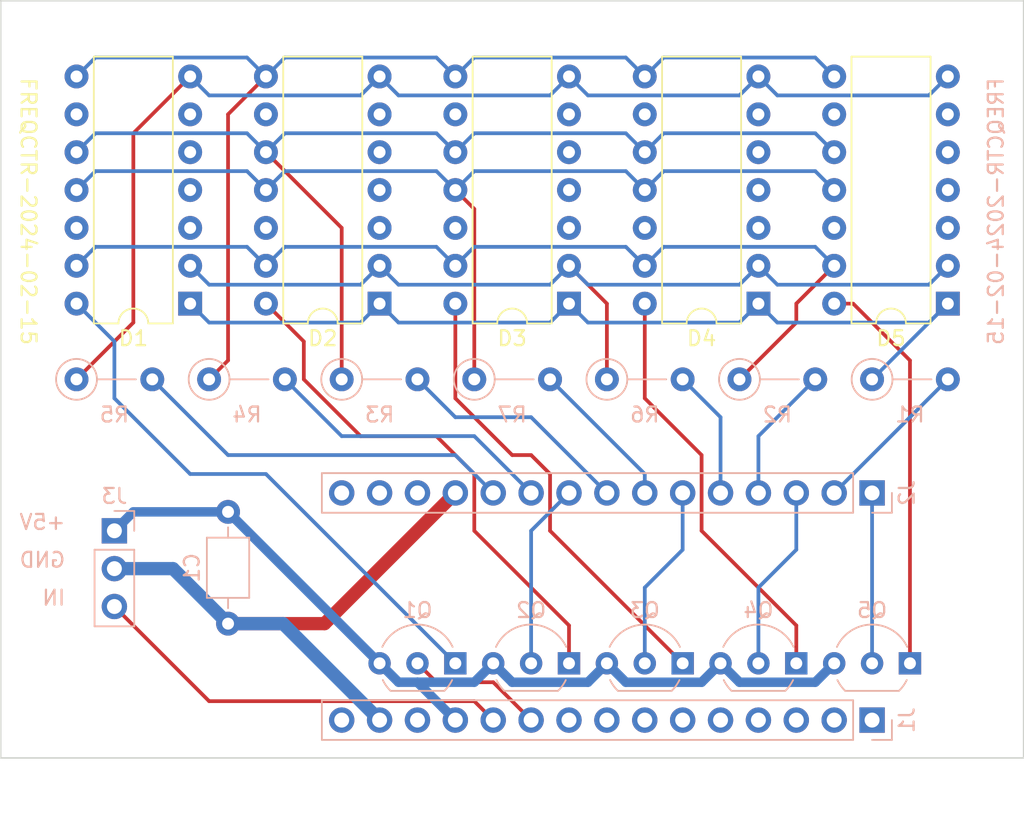
<source format=kicad_pcb>
(kicad_pcb (version 20221018) (generator pcbnew)
  (layers (0 "F.Cu" signal) (31 "B.Cu" signal) (34 "B.Paste" user) (35 "F.Paste" user) (36 "B.SilkS" user "B.Silkscreen") (37 "F.SilkS" user "F.Silkscreen") (38 "B.Mask" user) (39 "F.Mask" user) (44 "Edge.Cuts" user))
  (net 0 "")
  (net 1 "Net-(D1-a)")
  (net 2 "Net-(D1-f)")
  (net 3 "Net-(D1-e)")
  (net 4 "Net-(D1-d)")
  (net 5 "Net-(D1-c)")
  (net 6 "Net-(D1-g)")
  (net 7 "Net-(D1-b)")
  (net 8 "Net-(D1-x)")
  (net 9 "Net-(D2-x)")
  (net 10 "Net-(D3-x)")
  (net 11 "Net-(D4-x)")
  (net 12 "Net-(D5-x)")
  (net 13 "VCC")
  (net 24 "GND")
  (net 26 "Net-(J2-Pin_1)")
  (net 27 "Net-(J2-Pin_2)")
  (net 28 "Net-(J2-Pin_3)")
  (net 29 "Net-(J2-Pin_4)")
  (net 30 "Net-(J2-Pin_5)")
  (net 31 "Net-(J2-Pin_6)")
  (net 32 "Net-(J2-Pin_7)")
  (net 33 "Net-(J2-Pin_8)")
  (net 34 "Net-(J2-Pin_9)")
  (net 35 "Net-(J2-Pin_10)")
  (net 36 "Net-(J2-Pin_11)")
  (net 38 "Net-(J1-Pin_11)")
  (net 39 "Net-(J1-Pin_10)")
  (footprint "Package_DIP:DIP-14_W7.62mm" (layer "F.Cu") (at 12.7 20.32 180)
    (fp_text reference "D1" (at 3.81 -2.33) (layer "F.SilkS"))
    (fp_text value "5082-7750")
    (fp_line (start 1.16 -1.33) (end 1.16 16.57) (stroke (width 0.12)) (layer "F.SilkS"))
    (fp_line (start 1.16 16.57) (end 6.46 16.57) (stroke (width 0.12)) (layer "F.SilkS"))
    (fp_line (start 2.81 -1.33) (end 1.16 -1.33) (stroke (width 0.12)) (layer "F.SilkS"))
    (fp_line (start 6.46 -1.33) (end 4.81 -1.33) (stroke (width 0.12)) (layer "F.SilkS"))
    (fp_line (start 6.46 16.57) (end 6.46 -1.33) (stroke (width 0.12)) (layer "F.SilkS"))
    (fp_arc (start 4.81 -1.33) (mid 3.81 -0.33) (end 2.81 -1.33) (stroke (width 0.12)) (layer "F.SilkS"))
    (pad "1" thru_hole rect (at 0 0 180) (size 1.6 1.6) (drill 0.8) (layers "*.Cu" "*.Mask") (net 1 "Net-(D1-a)"))
    (pad "2" thru_hole oval (at 0 2.54 180) (size 1.6 1.6) (drill 0.8) (layers "*.Cu" "*.Mask") (net 2 "Net-(D1-f)"))
    (pad "3" thru_hole oval (at 0 5.08 180) (size 1.6 1.6) (drill 0.8) (layers "*.Cu" "*.Mask"))
    (pad "4" thru_hole oval (at 0 7.62 180) (size 1.6 1.6) (drill 0.8) (layers "*.Cu" "*.Mask"))
    (pad "5" thru_hole oval (at 0 10.16 180) (size 1.6 1.6) (drill 0.8) (layers "*.Cu" "*.Mask"))
    (pad "6" thru_hole oval (at 0 12.7 180) (size 1.6 1.6) (drill 0.8) (layers "*.Cu" "*.Mask"))
    (pad "7" thru_hole oval (at 0 15.24 180) (size 1.6 1.6) (drill 0.8) (layers "*.Cu" "*.Mask") (net 3 "Net-(D1-e)"))
    (pad "8" thru_hole oval (at 7.62 15.24 180) (size 1.6 1.6) (drill 0.8) (layers "*.Cu" "*.Mask") (net 4 "Net-(D1-d)"))
    (pad "9" thru_hole oval (at 7.62 12.7 180) (size 1.6 1.6) (drill 0.8) (layers "*.Cu" "*.Mask"))
    (pad "10" thru_hole oval (at 7.62 10.16 180) (size 1.6 1.6) (drill 0.8) (layers "*.Cu" "*.Mask") (net 5 "Net-(D1-c)"))
    (pad "11" thru_hole oval (at 7.62 7.62 180) (size 1.6 1.6) (drill 0.8) (layers "*.Cu" "*.Mask") (net 6 "Net-(D1-g)"))
    (pad "12" thru_hole oval (at 7.62 5.08 180) (size 1.6 1.6) (drill 0.8) (layers "*.Cu" "*.Mask"))
    (pad "13" thru_hole oval (at 7.62 2.54 180) (size 1.6 1.6) (drill 0.8) (layers "*.Cu" "*.Mask") (net 7 "Net-(D1-b)"))
    (pad "14" thru_hole oval (at 7.62 0 180) (size 1.6 1.6) (drill 0.8) (layers "*.Cu" "*.Mask") (net 8 "Net-(D1-x)"))
  )
  (footprint "Package_DIP:DIP-14_W7.62mm" (layer "F.Cu") (at 63.5 20.32 180)
    (fp_text reference "D5" (at 3.81 -2.33) (layer "F.SilkS"))
    (fp_text value "5082-7750")
    (fp_line (start 1.16 -1.33) (end 1.16 16.57) (stroke (width 0.12)) (layer "F.SilkS"))
    (fp_line (start 1.16 16.57) (end 6.46 16.57) (stroke (width 0.12)) (layer "F.SilkS"))
    (fp_line (start 2.81 -1.33) (end 1.16 -1.33) (stroke (width 0.12)) (layer "F.SilkS"))
    (fp_line (start 6.46 -1.33) (end 4.81 -1.33) (stroke (width 0.12)) (layer "F.SilkS"))
    (fp_line (start 6.46 16.57) (end 6.46 -1.33) (stroke (width 0.12)) (layer "F.SilkS"))
    (fp_arc (start 4.81 -1.33) (mid 3.81 -0.33) (end 2.81 -1.33) (stroke (width 0.12)) (layer "F.SilkS"))
    (pad "1" thru_hole rect (at 0 0 180) (size 1.6 1.6) (drill 0.8) (layers "*.Cu" "*.Mask") (net 1 "Net-(D1-a)"))
    (pad "2" thru_hole oval (at 0 2.54 180) (size 1.6 1.6) (drill 0.8) (layers "*.Cu" "*.Mask") (net 2 "Net-(D1-f)"))
    (pad "3" thru_hole oval (at 0 5.08 180) (size 1.6 1.6) (drill 0.8) (layers "*.Cu" "*.Mask"))
    (pad "4" thru_hole oval (at 0 7.62 180) (size 1.6 1.6) (drill 0.8) (layers "*.Cu" "*.Mask"))
    (pad "5" thru_hole oval (at 0 10.16 180) (size 1.6 1.6) (drill 0.8) (layers "*.Cu" "*.Mask"))
    (pad "6" thru_hole oval (at 0 12.7 180) (size 1.6 1.6) (drill 0.8) (layers "*.Cu" "*.Mask"))
    (pad "7" thru_hole oval (at 0 15.24 180) (size 1.6 1.6) (drill 0.8) (layers "*.Cu" "*.Mask") (net 3 "Net-(D1-e)"))
    (pad "8" thru_hole oval (at 7.62 15.24 180) (size 1.6 1.6) (drill 0.8) (layers "*.Cu" "*.Mask") (net 4 "Net-(D1-d)"))
    (pad "9" thru_hole oval (at 7.62 12.7 180) (size 1.6 1.6) (drill 0.8) (layers "*.Cu" "*.Mask"))
    (pad "10" thru_hole oval (at 7.62 10.16 180) (size 1.6 1.6) (drill 0.8) (layers "*.Cu" "*.Mask") (net 5 "Net-(D1-c)"))
    (pad "11" thru_hole oval (at 7.62 7.62 180) (size 1.6 1.6) (drill 0.8) (layers "*.Cu" "*.Mask") (net 6 "Net-(D1-g)"))
    (pad "12" thru_hole oval (at 7.62 5.08 180) (size 1.6 1.6) (drill 0.8) (layers "*.Cu" "*.Mask"))
    (pad "13" thru_hole oval (at 7.62 2.54 180) (size 1.6 1.6) (drill 0.8) (layers "*.Cu" "*.Mask") (net 7 "Net-(D1-b)"))
    (pad "14" thru_hole oval (at 7.62 0 180) (size 1.6 1.6) (drill 0.8) (layers "*.Cu" "*.Mask") (net 12 "Net-(D5-x)"))
  )
  (footprint "Package_DIP:DIP-14_W7.62mm" (layer "F.Cu") (at 38.1 20.32 180)
    (fp_text reference "D3" (at 3.81 -2.33) (layer "F.SilkS"))
    (fp_text value "5082-7750")
    (fp_line (start 1.16 -1.33) (end 1.16 16.57) (stroke (width 0.12)) (layer "F.SilkS"))
    (fp_line (start 1.16 16.57) (end 6.46 16.57) (stroke (width 0.12)) (layer "F.SilkS"))
    (fp_line (start 2.81 -1.33) (end 1.16 -1.33) (stroke (width 0.12)) (layer "F.SilkS"))
    (fp_line (start 6.46 -1.33) (end 4.81 -1.33) (stroke (width 0.12)) (layer "F.SilkS"))
    (fp_line (start 6.46 16.57) (end 6.46 -1.33) (stroke (width 0.12)) (layer "F.SilkS"))
    (fp_arc (start 4.81 -1.33) (mid 3.81 -0.33) (end 2.81 -1.33) (stroke (width 0.12)) (layer "F.SilkS"))
    (pad "1" thru_hole rect (at 0 0 180) (size 1.6 1.6) (drill 0.8) (layers "*.Cu" "*.Mask") (net 1 "Net-(D1-a)"))
    (pad "2" thru_hole oval (at 0 2.54 180) (size 1.6 1.6) (drill 0.8) (layers "*.Cu" "*.Mask") (net 2 "Net-(D1-f)"))
    (pad "3" thru_hole oval (at 0 5.08 180) (size 1.6 1.6) (drill 0.8) (layers "*.Cu" "*.Mask"))
    (pad "4" thru_hole oval (at 0 7.62 180) (size 1.6 1.6) (drill 0.8) (layers "*.Cu" "*.Mask"))
    (pad "5" thru_hole oval (at 0 10.16 180) (size 1.6 1.6) (drill 0.8) (layers "*.Cu" "*.Mask"))
    (pad "6" thru_hole oval (at 0 12.7 180) (size 1.6 1.6) (drill 0.8) (layers "*.Cu" "*.Mask"))
    (pad "7" thru_hole oval (at 0 15.24 180) (size 1.6 1.6) (drill 0.8) (layers "*.Cu" "*.Mask") (net 3 "Net-(D1-e)"))
    (pad "8" thru_hole oval (at 7.62 15.24 180) (size 1.6 1.6) (drill 0.8) (layers "*.Cu" "*.Mask") (net 4 "Net-(D1-d)"))
    (pad "9" thru_hole oval (at 7.62 12.7 180) (size 1.6 1.6) (drill 0.8) (layers "*.Cu" "*.Mask"))
    (pad "10" thru_hole oval (at 7.62 10.16 180) (size 1.6 1.6) (drill 0.8) (layers "*.Cu" "*.Mask") (net 5 "Net-(D1-c)"))
    (pad "11" thru_hole oval (at 7.62 7.62 180) (size 1.6 1.6) (drill 0.8) (layers "*.Cu" "*.Mask") (net 6 "Net-(D1-g)"))
    (pad "12" thru_hole oval (at 7.62 5.08 180) (size 1.6 1.6) (drill 0.8) (layers "*.Cu" "*.Mask"))
    (pad "13" thru_hole oval (at 7.62 2.54 180) (size 1.6 1.6) (drill 0.8) (layers "*.Cu" "*.Mask") (net 7 "Net-(D1-b)"))
    (pad "14" thru_hole oval (at 7.62 0 180) (size 1.6 1.6) (drill 0.8) (layers "*.Cu" "*.Mask") (net 10 "Net-(D3-x)"))
  )
  (footprint "Package_DIP:DIP-14_W7.62mm" (layer "F.Cu") (at 25.4 20.32 180)
    (fp_text reference "D2" (at 3.81 -2.33) (layer "F.SilkS"))
    (fp_text value "5082-7750")
    (fp_line (start 1.16 -1.33) (end 1.16 16.57) (stroke (width 0.12)) (layer "F.SilkS"))
    (fp_line (start 1.16 16.57) (end 6.46 16.57) (stroke (width 0.12)) (layer "F.SilkS"))
    (fp_line (start 2.81 -1.33) (end 1.16 -1.33) (stroke (width 0.12)) (layer "F.SilkS"))
    (fp_line (start 6.46 -1.33) (end 4.81 -1.33) (stroke (width 0.12)) (layer "F.SilkS"))
    (fp_line (start 6.46 16.57) (end 6.46 -1.33) (stroke (width 0.12)) (layer "F.SilkS"))
    (fp_arc (start 4.81 -1.33) (mid 3.81 -0.33) (end 2.81 -1.33) (stroke (width 0.12)) (layer "F.SilkS"))
    (pad "1" thru_hole rect (at 0 0 180) (size 1.6 1.6) (drill 0.8) (layers "*.Cu" "*.Mask") (net 1 "Net-(D1-a)"))
    (pad "2" thru_hole oval (at 0 2.54 180) (size 1.6 1.6) (drill 0.8) (layers "*.Cu" "*.Mask") (net 2 "Net-(D1-f)"))
    (pad "3" thru_hole oval (at 0 5.08 180) (size 1.6 1.6) (drill 0.8) (layers "*.Cu" "*.Mask"))
    (pad "4" thru_hole oval (at 0 7.62 180) (size 1.6 1.6) (drill 0.8) (layers "*.Cu" "*.Mask"))
    (pad "5" thru_hole oval (at 0 10.16 180) (size 1.6 1.6) (drill 0.8) (layers "*.Cu" "*.Mask"))
    (pad "6" thru_hole oval (at 0 12.7 180) (size 1.6 1.6) (drill 0.8) (layers "*.Cu" "*.Mask"))
    (pad "7" thru_hole oval (at 0 15.24 180) (size 1.6 1.6) (drill 0.8) (layers "*.Cu" "*.Mask") (net 3 "Net-(D1-e)"))
    (pad "8" thru_hole oval (at 7.62 15.24 180) (size 1.6 1.6) (drill 0.8) (layers "*.Cu" "*.Mask") (net 4 "Net-(D1-d)"))
    (pad "9" thru_hole oval (at 7.62 12.7 180) (size 1.6 1.6) (drill 0.8) (layers "*.Cu" "*.Mask"))
    (pad "10" thru_hole oval (at 7.62 10.16 180) (size 1.6 1.6) (drill 0.8) (layers "*.Cu" "*.Mask") (net 5 "Net-(D1-c)"))
    (pad "11" thru_hole oval (at 7.62 7.62 180) (size 1.6 1.6) (drill 0.8) (layers "*.Cu" "*.Mask") (net 6 "Net-(D1-g)"))
    (pad "12" thru_hole oval (at 7.62 5.08 180) (size 1.6 1.6) (drill 0.8) (layers "*.Cu" "*.Mask"))
    (pad "13" thru_hole oval (at 7.62 2.54 180) (size 1.6 1.6) (drill 0.8) (layers "*.Cu" "*.Mask") (net 7 "Net-(D1-b)"))
    (pad "14" thru_hole oval (at 7.62 0 180) (size 1.6 1.6) (drill 0.8) (layers "*.Cu" "*.Mask") (net 9 "Net-(D2-x)"))
  )
  (footprint "Package_DIP:DIP-14_W7.62mm" (layer "F.Cu") (at 50.8 20.32 180)
    (fp_text reference "D4" (at 3.81 -2.33) (layer "F.SilkS"))
    (fp_text value "5082-7750")
    (fp_line (start 1.16 -1.33) (end 1.16 16.57) (stroke (width 0.12)) (layer "F.SilkS"))
    (fp_line (start 1.16 16.57) (end 6.46 16.57) (stroke (width 0.12)) (layer "F.SilkS"))
    (fp_line (start 2.81 -1.33) (end 1.16 -1.33) (stroke (width 0.12)) (layer "F.SilkS"))
    (fp_line (start 6.46 -1.33) (end 4.81 -1.33) (stroke (width 0.12)) (layer "F.SilkS"))
    (fp_line (start 6.46 16.57) (end 6.46 -1.33) (stroke (width 0.12)) (layer "F.SilkS"))
    (fp_arc (start 4.81 -1.33) (mid 3.81 -0.33) (end 2.81 -1.33) (stroke (width 0.12)) (layer "F.SilkS"))
    (pad "1" thru_hole rect (at 0 0 180) (size 1.6 1.6) (drill 0.8) (layers "*.Cu" "*.Mask") (net 1 "Net-(D1-a)"))
    (pad "2" thru_hole oval (at 0 2.54 180) (size 1.6 1.6) (drill 0.8) (layers "*.Cu" "*.Mask") (net 2 "Net-(D1-f)"))
    (pad "3" thru_hole oval (at 0 5.08 180) (size 1.6 1.6) (drill 0.8) (layers "*.Cu" "*.Mask"))
    (pad "4" thru_hole oval (at 0 7.62 180) (size 1.6 1.6) (drill 0.8) (layers "*.Cu" "*.Mask"))
    (pad "5" thru_hole oval (at 0 10.16 180) (size 1.6 1.6) (drill 0.8) (layers "*.Cu" "*.Mask"))
    (pad "6" thru_hole oval (at 0 12.7 180) (size 1.6 1.6) (drill 0.8) (layers "*.Cu" "*.Mask"))
    (pad "7" thru_hole oval (at 0 15.24 180) (size 1.6 1.6) (drill 0.8) (layers "*.Cu" "*.Mask") (net 3 "Net-(D1-e)"))
    (pad "8" thru_hole oval (at 7.62 15.24 180) (size 1.6 1.6) (drill 0.8) (layers "*.Cu" "*.Mask") (net 4 "Net-(D1-d)"))
    (pad "9" thru_hole oval (at 7.62 12.7 180) (size 1.6 1.6) (drill 0.8) (layers "*.Cu" "*.Mask"))
    (pad "10" thru_hole oval (at 7.62 10.16 180) (size 1.6 1.6) (drill 0.8) (layers "*.Cu" "*.Mask") (net 5 "Net-(D1-c)"))
    (pad "11" thru_hole oval (at 7.62 7.62 180) (size 1.6 1.6) (drill 0.8) (layers "*.Cu" "*.Mask") (net 6 "Net-(D1-g)"))
    (pad "12" thru_hole oval (at 7.62 5.08 180) (size 1.6 1.6) (drill 0.8) (layers "*.Cu" "*.Mask"))
    (pad "13" thru_hole oval (at 7.62 2.54 180) (size 1.6 1.6) (drill 0.8) (layers "*.Cu" "*.Mask") (net 7 "Net-(D1-b)"))
    (pad "14" thru_hole oval (at 7.62 0 180) (size 1.6 1.6) (drill 0.8) (layers "*.Cu" "*.Mask") (net 11 "Net-(D4-x)"))
  )
  (footprint "Resistor_THT:R_Axial_DIN0207_L6.3mm_D2.5mm_P5.08mm_Vertical" (layer "B.Cu") (at 5.08 25.4)
    (fp_text reference "R5" (at 2.54 2.37) (layer "B.SilkS") (effects (justify mirror)))
    (fp_text value "150")
    (fp_line (start 1.37 0) (end 3.98 0) (stroke (width 0.12)) (layer "B.SilkS"))
    (fp_circle (center 0 0) (end 1.37 0) (stroke (width 0.12)) (fill none) (layer "B.SilkS"))
    (pad "1" thru_hole circle (at 0 0) (size 1.6 1.6) (drill 0.8) (layers "*.Cu" "*.Mask") (net 3 "Net-(D1-e)"))
    (pad "2" thru_hole oval (at 5.08 0) (size 1.6 1.6) (drill 0.8) (layers "*.Cu" "*.Mask") (net 36 "Net-(J2-Pin_11)"))
  )
  (footprint "Connector_PinHeader_2.54mm:PinHeader_1x15_P2.54mm_Vertical" (layer "B.Cu") (at 58.42 48.26 90)
    (fp_text reference "J1" (at 0 2.33 90) (layer "B.SilkS") (effects (justify mirror)))
    (fp_text value "Conn_01x15_Pin")
    (fp_line (start -1.33 -36.89) (end 1.33 -36.89) (stroke (width 0.12)) (layer "B.SilkS"))
    (fp_line (start -1.33 -1.27) (end -1.33 -36.89) (stroke (width 0.12)) (layer "B.SilkS"))
    (fp_line (start -1.33 -1.27) (end 1.33 -1.27) (stroke (width 0.12)) (layer "B.SilkS"))
    (fp_line (start -1.33 0) (end -1.33 1.33) (stroke (width 0.12)) (layer "B.SilkS"))
    (fp_line (start -1.33 1.33) (end 0 1.33) (stroke (width 0.12)) (layer "B.SilkS"))
    (fp_line (start 1.33 -1.27) (end 1.33 -36.89) (stroke (width 0.12)) (layer "B.SilkS"))
    (pad "1" thru_hole rect (at 0 0 90) (size 1.7 1.7) (drill 1) (layers "*.Cu" "*.Mask"))
    (pad "2" thru_hole oval (at 0 -2.54 90) (size 1.7 1.7) (drill 1) (layers "*.Cu" "*.Mask"))
    (pad "3" thru_hole oval (at 0 -5.08 90) (size 1.7 1.7) (drill 1) (layers "*.Cu" "*.Mask"))
    (pad "4" thru_hole oval (at 0 -7.62 90) (size 1.7 1.7) (drill 1) (layers "*.Cu" "*.Mask"))
    (pad "5" thru_hole oval (at 0 -10.16 90) (size 1.7 1.7) (drill 1) (layers "*.Cu" "*.Mask"))
    (pad "6" thru_hole oval (at 0 -12.7 90) (size 1.7 1.7) (drill 1) (layers "*.Cu" "*.Mask"))
    (pad "7" thru_hole oval (at 0 -15.24 90) (size 1.7 1.7) (drill 1) (layers "*.Cu" "*.Mask"))
    (pad "8" thru_hole oval (at 0 -17.78 90) (size 1.7 1.7) (drill 1) (layers "*.Cu" "*.Mask"))
    (pad "9" thru_hole oval (at 0 -20.32 90) (size 1.7 1.7) (drill 1) (layers "*.Cu" "*.Mask"))
    (pad "10" thru_hole oval (at 0 -22.86 90) (size 1.7 1.7) (drill 1) (layers "*.Cu" "*.Mask") (net 39 "Net-(J1-Pin_10)"))
    (pad "11" thru_hole oval (at 0 -25.4 90) (size 1.7 1.7) (drill 1) (layers "*.Cu" "*.Mask") (net 38 "Net-(J1-Pin_11)"))
    (pad "12" thru_hole oval (at 0 -27.94 90) (size 1.7 1.7) (drill 1) (layers "*.Cu" "*.Mask") (net 13 "VCC"))
    (pad "13" thru_hole oval (at 0 -30.48 90) (size 1.7 1.7) (drill 1) (layers "*.Cu" "*.Mask"))
    (pad "14" thru_hole oval (at 0 -33.02 90) (size 1.7 1.7) (drill 1) (layers "*.Cu" "*.Mask") (net 24 "GND"))
    (pad "15" thru_hole oval (at 0 -35.56 90) (size 1.7 1.7) (drill 1) (layers "*.Cu" "*.Mask"))
  )
  (footprint "Package_TO_SOT_THT:TO-92_Inline_Wide" (layer "B.Cu") (at 38.1 44.45 180)
    (fp_text reference "Q2" (at 2.54 3.56) (layer "B.SilkS") (effects (justify mirror)))
    (fp_text value "2N3904")
    (fp_line (start 0.74 -1.85) (end 4.34 -1.85) (stroke (width 0.12)) (layer "B.SilkS"))
    (fp_arc (start 0.215816 -1.122795) (mid 0.446097 -1.509328) (end 0.74 -1.85) (stroke (width 0.12)) (layer "B.SilkS"))
    (fp_arc (start 2.54 2.6) (mid 1.143021 2.192818) (end 0.1836 1.098807) (stroke (width 0.12)) (layer "B.SilkS"))
    (fp_arc (start 4.34 -1.85) (mid 4.633903 -1.509328) (end 4.864184 -1.122795) (stroke (width 0.12)) (layer "B.SilkS"))
    (fp_arc (start 4.8964 1.098807) (mid 3.936979 2.192817) (end 2.54 2.6) (stroke (width 0.12)) (layer "B.SilkS"))
    (pad "1" thru_hole rect (at 0 0 180) (size 1.5 1.5) (drill 0.8) (layers "*.Cu" "*.Mask") (net 9 "Net-(D2-x)"))
    (pad "2" thru_hole circle (at 2.54 0 180) (size 1.5 1.5) (drill 0.8) (layers "*.Cu" "*.Mask") (net 34 "Net-(J2-Pin_9)"))
    (pad "3" thru_hole circle (at 5.08 0 180) (size 1.5 1.5) (drill 0.8) (layers "*.Cu" "*.Mask") (net 13 "VCC"))
  )
  (footprint "Resistor_THT:R_Axial_DIN0207_L6.3mm_D2.5mm_P5.08mm_Vertical" (layer "B.Cu") (at 49.53 25.4)
    (fp_text reference "R2" (at 2.54 2.37) (layer "B.SilkS") (effects (justify mirror)))
    (fp_text value "150")
    (fp_line (start 1.37 0) (end 3.98 0) (stroke (width 0.12)) (layer "B.SilkS"))
    (fp_circle (center 0 0) (end 1.37 0) (stroke (width 0.12)) (fill none) (layer "B.SilkS"))
    (pad "1" thru_hole circle (at 0 0) (size 1.6 1.6) (drill 0.8) (layers "*.Cu" "*.Mask") (net 7 "Net-(D1-b)"))
    (pad "2" thru_hole oval (at 5.08 0) (size 1.6 1.6) (drill 0.8) (layers "*.Cu" "*.Mask") (net 29 "Net-(J2-Pin_4)"))
  )
  (footprint "Resistor_THT:R_Axial_DIN0207_L6.3mm_D2.5mm_P5.08mm_Vertical" (layer "B.Cu") (at 31.75 25.4)
    (fp_text reference "R7" (at 2.54 2.37) (layer "B.SilkS") (effects (justify mirror)))
    (fp_text value "150")
    (fp_line (start 1.37 0) (end 3.98 0) (stroke (width 0.12)) (layer "B.SilkS"))
    (fp_circle (center 0 0) (end 1.37 0) (stroke (width 0.12)) (fill none) (layer "B.SilkS"))
    (pad "1" thru_hole circle (at 0 0) (size 1.6 1.6) (drill 0.8) (layers "*.Cu" "*.Mask") (net 6 "Net-(D1-g)"))
    (pad "2" thru_hole oval (at 5.08 0) (size 1.6 1.6) (drill 0.8) (layers "*.Cu" "*.Mask") (net 32 "Net-(J2-Pin_7)"))
  )
  (footprint "Connector_PinHeader_2.54mm:PinHeader_1x15_P2.54mm_Vertical" (layer "B.Cu") (at 58.42 33.02 90)
    (fp_text reference "J2" (at 0 2.33 90) (layer "B.SilkS") (effects (justify mirror)))
    (fp_text value "Conn_01x15_Pin")
    (fp_line (start -1.33 -36.89) (end 1.33 -36.89) (stroke (width 0.12)) (layer "B.SilkS"))
    (fp_line (start -1.33 -1.27) (end -1.33 -36.89) (stroke (width 0.12)) (layer "B.SilkS"))
    (fp_line (start -1.33 -1.27) (end 1.33 -1.27) (stroke (width 0.12)) (layer "B.SilkS"))
    (fp_line (start -1.33 0) (end -1.33 1.33) (stroke (width 0.12)) (layer "B.SilkS"))
    (fp_line (start -1.33 1.33) (end 0 1.33) (stroke (width 0.12)) (layer "B.SilkS"))
    (fp_line (start 1.33 -1.27) (end 1.33 -36.89) (stroke (width 0.12)) (layer "B.SilkS"))
    (pad "1" thru_hole rect (at 0 0 90) (size 1.7 1.7) (drill 1) (layers "*.Cu" "*.Mask") (net 26 "Net-(J2-Pin_1)"))
    (pad "2" thru_hole oval (at 0 -2.54 90) (size 1.7 1.7) (drill 1) (layers "*.Cu" "*.Mask") (net 27 "Net-(J2-Pin_2)"))
    (pad "3" thru_hole oval (at 0 -5.08 90) (size 1.7 1.7) (drill 1) (layers "*.Cu" "*.Mask") (net 28 "Net-(J2-Pin_3)"))
    (pad "4" thru_hole oval (at 0 -7.62 90) (size 1.7 1.7) (drill 1) (layers "*.Cu" "*.Mask") (net 29 "Net-(J2-Pin_4)"))
    (pad "5" thru_hole oval (at 0 -10.16 90) (size 1.7 1.7) (drill 1) (layers "*.Cu" "*.Mask") (net 30 "Net-(J2-Pin_5)"))
    (pad "6" thru_hole oval (at 0 -12.7 90) (size 1.7 1.7) (drill 1) (layers "*.Cu" "*.Mask") (net 31 "Net-(J2-Pin_6)"))
    (pad "7" thru_hole oval (at 0 -15.24 90) (size 1.7 1.7) (drill 1) (layers "*.Cu" "*.Mask") (net 32 "Net-(J2-Pin_7)"))
    (pad "8" thru_hole oval (at 0 -17.78 90) (size 1.7 1.7) (drill 1) (layers "*.Cu" "*.Mask") (net 33 "Net-(J2-Pin_8)"))
    (pad "9" thru_hole oval (at 0 -20.32 90) (size 1.7 1.7) (drill 1) (layers "*.Cu" "*.Mask") (net 34 "Net-(J2-Pin_9)"))
    (pad "10" thru_hole oval (at 0 -22.86 90) (size 1.7 1.7) (drill 1) (layers "*.Cu" "*.Mask") (net 35 "Net-(J2-Pin_10)"))
    (pad "11" thru_hole oval (at 0 -25.4 90) (size 1.7 1.7) (drill 1) (layers "*.Cu" "*.Mask") (net 36 "Net-(J2-Pin_11)"))
    (pad "12" thru_hole oval (at 0 -27.94 90) (size 1.7 1.7) (drill 1) (layers "*.Cu" "*.Mask") (net 24 "GND"))
    (pad "13" thru_hole oval (at 0 -30.48 90) (size 1.7 1.7) (drill 1) (layers "*.Cu" "*.Mask"))
    (pad "14" thru_hole oval (at 0 -33.02 90) (size 1.7 1.7) (drill 1) (layers "*.Cu" "*.Mask"))
    (pad "15" thru_hole oval (at 0 -35.56 90) (size 1.7 1.7) (drill 1) (layers "*.Cu" "*.Mask"))
  )
  (footprint "Resistor_THT:R_Axial_DIN0207_L6.3mm_D2.5mm_P5.08mm_Vertical" (layer "B.Cu") (at 13.97 25.4)
    (fp_text reference "R4" (at 2.54 2.37) (layer "B.SilkS") (effects (justify mirror)))
    (fp_text value "150")
    (fp_line (start 1.37 0) (end 3.98 0) (stroke (width 0.12)) (layer "B.SilkS"))
    (fp_circle (center 0 0) (end 1.37 0) (stroke (width 0.12)) (fill none) (layer "B.SilkS"))
    (pad "1" thru_hole circle (at 0 0) (size 1.6 1.6) (drill 0.8) (layers "*.Cu" "*.Mask") (net 4 "Net-(D1-d)"))
    (pad "2" thru_hole oval (at 5.08 0) (size 1.6 1.6) (drill 0.8) (layers "*.Cu" "*.Mask") (net 35 "Net-(J2-Pin_10)"))
  )
  (footprint "Connector_PinHeader_2.54mm:PinHeader_1x03_P2.54mm_Vertical" (layer "B.Cu") (at 7.62 35.56 180)
    (fp_text reference "J3" (at 0 2.33) (layer "B.SilkS") (effects (justify mirror)))
    (fp_text value "Conn_01x03_Pin")
    (fp_line (start -1.33 -6.41) (end 1.33 -6.41) (stroke (width 0.12)) (layer "B.SilkS"))
    (fp_line (start -1.33 -1.27) (end -1.33 -6.41) (stroke (width 0.12)) (layer "B.SilkS"))
    (fp_line (start -1.33 -1.27) (end 1.33 -1.27) (stroke (width 0.12)) (layer "B.SilkS"))
    (fp_line (start -1.33 0) (end -1.33 1.33) (stroke (width 0.12)) (layer "B.SilkS"))
    (fp_line (start -1.33 1.33) (end 0 1.33) (stroke (width 0.12)) (layer "B.SilkS"))
    (fp_line (start 1.33 -1.27) (end 1.33 -6.41) (stroke (width 0.12)) (layer "B.SilkS"))
    (pad "1" thru_hole rect (at 0 0 180) (size 1.7 1.7) (drill 1) (layers "*.Cu" "*.Mask") (net 13 "VCC"))
    (pad "2" thru_hole oval (at 0 -2.54 180) (size 1.7 1.7) (drill 1) (layers "*.Cu" "*.Mask") (net 24 "GND"))
    (pad "3" thru_hole oval (at 0 -5.08 180) (size 1.7 1.7) (drill 1) (layers "*.Cu" "*.Mask") (net 38 "Net-(J1-Pin_11)"))
  )
  (footprint "Resistor_THT:R_Axial_DIN0207_L6.3mm_D2.5mm_P5.08mm_Vertical" (layer "B.Cu") (at 40.64 25.4)
    (fp_text reference "R6" (at 2.54 2.37) (layer "B.SilkS") (effects (justify mirror)))
    (fp_text value "150")
    (fp_line (start 1.37 0) (end 3.98 0) (stroke (width 0.12)) (layer "B.SilkS"))
    (fp_circle (center 0 0) (end 1.37 0) (stroke (width 0.12)) (fill none) (layer "B.SilkS"))
    (pad "1" thru_hole circle (at 0 0) (size 1.6 1.6) (drill 0.8) (layers "*.Cu" "*.Mask") (net 2 "Net-(D1-f)"))
    (pad "2" thru_hole oval (at 5.08 0) (size 1.6 1.6) (drill 0.8) (layers "*.Cu" "*.Mask") (net 30 "Net-(J2-Pin_5)"))
  )
  (footprint "Package_TO_SOT_THT:TO-92_Inline_Wide" (layer "B.Cu") (at 45.72 44.45 180)
    (fp_text reference "Q3" (at 2.54 3.56) (layer "B.SilkS") (effects (justify mirror)))
    (fp_text value "2N3904")
    (fp_line (start 0.74 -1.85) (end 4.34 -1.85) (stroke (width 0.12)) (layer "B.SilkS"))
    (fp_arc (start 0.215816 -1.122795) (mid 0.446097 -1.509328) (end 0.74 -1.85) (stroke (width 0.12)) (layer "B.SilkS"))
    (fp_arc (start 2.54 2.6) (mid 1.143021 2.192818) (end 0.1836 1.098807) (stroke (width 0.12)) (layer "B.SilkS"))
    (fp_arc (start 4.34 -1.85) (mid 4.633903 -1.509328) (end 4.864184 -1.122795) (stroke (width 0.12)) (layer "B.SilkS"))
    (fp_arc (start 4.8964 1.098807) (mid 3.936979 2.192817) (end 2.54 2.6) (stroke (width 0.12)) (layer "B.SilkS"))
    (pad "1" thru_hole rect (at 0 0 180) (size 1.5 1.5) (drill 0.8) (layers "*.Cu" "*.Mask") (net 10 "Net-(D3-x)"))
    (pad "2" thru_hole circle (at 2.54 0 180) (size 1.5 1.5) (drill 0.8) (layers "*.Cu" "*.Mask") (net 31 "Net-(J2-Pin_6)"))
    (pad "3" thru_hole circle (at 5.08 0 180) (size 1.5 1.5) (drill 0.8) (layers "*.Cu" "*.Mask") (net 13 "VCC"))
  )
  (footprint "Resistor_THT:R_Axial_DIN0207_L6.3mm_D2.5mm_P5.08mm_Vertical" (layer "B.Cu") (at 22.86 25.4)
    (fp_text reference "R3" (at 2.54 2.37) (layer "B.SilkS") (effects (justify mirror)))
    (fp_text value "150")
    (fp_line (start 1.37 0) (end 3.98 0) (stroke (width 0.12)) (layer "B.SilkS"))
    (fp_circle (center 0 0) (end 1.37 0) (stroke (width 0.12)) (fill none) (layer "B.SilkS"))
    (pad "1" thru_hole circle (at 0 0) (size 1.6 1.6) (drill 0.8) (layers "*.Cu" "*.Mask") (net 5 "Net-(D1-c)"))
    (pad "2" thru_hole oval (at 5.08 0) (size 1.6 1.6) (drill 0.8) (layers "*.Cu" "*.Mask") (net 33 "Net-(J2-Pin_8)"))
  )
  (footprint "Resistor_THT:R_Axial_DIN0207_L6.3mm_D2.5mm_P5.08mm_Vertical" (layer "B.Cu") (at 58.42 25.4)
    (fp_text reference "R1" (at 2.54 2.37) (layer "B.SilkS") (effects (justify mirror)))
    (fp_text value "150")
    (fp_line (start 1.37 0) (end 3.98 0) (stroke (width 0.12)) (layer "B.SilkS"))
    (fp_circle (center 0 0) (end 1.37 0) (stroke (width 0.12)) (fill none) (layer "B.SilkS"))
    (pad "1" thru_hole circle (at 0 0) (size 1.6 1.6) (drill 0.8) (layers "*.Cu" "*.Mask") (net 1 "Net-(D1-a)"))
    (pad "2" thru_hole oval (at 5.08 0) (size 1.6 1.6) (drill 0.8) (layers "*.Cu" "*.Mask") (net 27 "Net-(J2-Pin_2)"))
  )
  (footprint "Package_TO_SOT_THT:TO-92_Inline_Wide" (layer "B.Cu") (at 60.96 44.45 180)
    (fp_text reference "Q5" (at 2.54 3.56) (layer "B.SilkS") (effects (justify mirror)))
    (fp_text value "2N3904")
    (fp_line (start 0.74 -1.85) (end 4.34 -1.85) (stroke (width 0.12)) (layer "B.SilkS"))
    (fp_arc (start 0.215816 -1.122795) (mid 0.446097 -1.509328) (end 0.74 -1.85) (stroke (width 0.12)) (layer "B.SilkS"))
    (fp_arc (start 2.54 2.6) (mid 1.143021 2.192818) (end 0.1836 1.098807) (stroke (width 0.12)) (layer "B.SilkS"))
    (fp_arc (start 4.34 -1.85) (mid 4.633903 -1.509328) (end 4.864184 -1.122795) (stroke (width 0.12)) (layer "B.SilkS"))
    (fp_arc (start 4.8964 1.098807) (mid 3.936979 2.192817) (end 2.54 2.6) (stroke (width 0.12)) (layer "B.SilkS"))
    (pad "1" thru_hole rect (at 0 0 180) (size 1.5 1.5) (drill 0.8) (layers "*.Cu" "*.Mask") (net 12 "Net-(D5-x)"))
    (pad "2" thru_hole circle (at 2.54 0 180) (size 1.5 1.5) (drill 0.8) (layers "*.Cu" "*.Mask") (net 26 "Net-(J2-Pin_1)"))
    (pad "3" thru_hole circle (at 5.08 0 180) (size 1.5 1.5) (drill 0.8) (layers "*.Cu" "*.Mask") (net 13 "VCC"))
  )
  (footprint "Capacitor_THT:C_Axial_L3.8mm_D2.6mm_P7.50mm_Horizontal" (layer "B.Cu") (at 15.24 34.29 -90)
    (fp_text reference "C1" (at 3.75 2.42 90) (layer "B.SilkS") (effects (justify mirror)))
    (fp_text value "0.1u")
    (fp_line (start 1.04 0) (end 1.73 0) (stroke (width 0.12)) (layer "B.SilkS"))
    (fp_line (start 1.73 -1.42) (end 5.77 -1.42) (stroke (width 0.12)) (layer "B.SilkS"))
    (fp_line (start 1.73 1.42) (end 1.73 -1.42) (stroke (width 0.12)) (layer "B.SilkS"))
    (fp_line (start 5.77 -1.42) (end 5.77 1.42) (stroke (width 0.12)) (layer "B.SilkS"))
    (fp_line (start 5.77 1.42) (end 1.73 1.42) (stroke (width 0.12)) (layer "B.SilkS"))
    (fp_line (start 6.46 0) (end 5.77 0) (stroke (width 0.12)) (layer "B.SilkS"))
    (pad "1" thru_hole circle (at 0 0 270) (size 1.6 1.6) (drill 0.8) (layers "*.Cu" "*.Mask") (net 13 "VCC"))
    (pad "2" thru_hole oval (at 7.5 0 270) (size 1.6 1.6) (drill 0.8) (layers "*.Cu" "*.Mask") (net 24 "GND"))
  )
  (footprint "Package_TO_SOT_THT:TO-92_Inline_Wide" (layer "B.Cu") (at 53.34 44.45 180)
    (fp_text reference "Q4" (at 2.54 3.56) (layer "B.SilkS") (effects (justify mirror)))
    (fp_text value "2N3904")
    (fp_line (start 0.74 -1.85) (end 4.34 -1.85) (stroke (width 0.12)) (layer "B.SilkS"))
    (fp_arc (start 0.215816 -1.122795) (mid 0.446097 -1.509328) (end 0.74 -1.85) (stroke (width 0.12)) (layer "B.SilkS"))
    (fp_arc (start 2.54 2.6) (mid 1.143021 2.192818) (end 0.1836 1.098807) (stroke (width 0.12)) (layer "B.SilkS"))
    (fp_arc (start 4.34 -1.85) (mid 4.633903 -1.509328) (end 4.864184 -1.122795) (stroke (width 0.12)) (layer "B.SilkS"))
    (fp_arc (start 4.8964 1.098807) (mid 3.936979 2.192817) (end 2.54 2.6) (stroke (width 0.12)) (layer "B.SilkS"))
    (pad "1" thru_hole rect (at 0 0 180) (size 1.5 1.5) (drill 0.8) (layers "*.Cu" "*.Mask") (net 11 "Net-(D4-x)"))
    (pad "2" thru_hole circle (at 2.54 0 180) (size 1.5 1.5) (drill 0.8) (layers "*.Cu" "*.Mask") (net 28 "Net-(J2-Pin_3)"))
    (pad "3" thru_hole circle (at 5.08 0 180) (size 1.5 1.5) (drill 0.8) (layers "*.Cu" "*.Mask") (net 13 "VCC"))
  )
  (footprint "Package_TO_SOT_THT:TO-92_Inline_Wide" (layer "B.Cu") (at 30.48 44.45 180)
    (fp_text reference "Q1" (at 2.54 3.56) (layer "B.SilkS") (effects (justify mirror)))
    (fp_text value "2N3904")
    (fp_line (start 0.74 -1.85) (end 4.34 -1.85) (stroke (width 0.12)) (layer "B.SilkS"))
    (fp_arc (start 0.215816 -1.122795) (mid 0.446097 -1.509328) (end 0.74 -1.85) (stroke (width 0.12)) (layer "B.SilkS"))
    (fp_arc (start 2.54 2.6) (mid 1.143021 2.192818) (end 0.1836 1.098807) (stroke (width 0.12)) (layer "B.SilkS"))
    (fp_arc (start 4.34 -1.85) (mid 4.633903 -1.509328) (end 4.864184 -1.122795) (stroke (width 0.12)) (layer "B.SilkS"))
    (fp_arc (start 4.8964 1.098807) (mid 3.936979 2.192817) (end 2.54 2.6) (stroke (width 0.12)) (layer "B.SilkS"))
    (pad "1" thru_hole rect (at 0 0 180) (size 1.5 1.5) (drill 0.8) (layers "*.Cu" "*.Mask") (net 8 "Net-(D1-x)"))
    (pad "2" thru_hole circle (at 2.54 0 180) (size 1.5 1.5) (drill 0.8) (layers "*.Cu" "*.Mask") (net 39 "Net-(J1-Pin_10)"))
    (pad "3" thru_hole circle (at 5.08 0 180) (size 1.5 1.5) (drill 0.8) (layers "*.Cu" "*.Mask") (net 13 "VCC"))
  )
  (gr_rect (start 0 0) (end 68.58 50.8) (stroke (width 0.1)) (fill none) (layer "Edge.Cuts"))
  (gr_text "FREQCTR-2024-02-15" (at 67.31 5.08 90) (layer "B.SilkS") (effects (font (size 1 1)) (justify left bottom mirror)))
  (gr_text "+5V" (at 4.415 35.56) (layer "B.SilkS") (effects (font (size 1 1)) (justify left bottom mirror)))
  (gr_text "IN" (at 4.415 40.64) (layer "B.SilkS") (effects (font (size 1 1)) (justify left bottom mirror)))
  (gr_text "GND" (at 4.415 38.1) (layer "B.SilkS") (effects (font (size 1 1)) (justify left bottom mirror)))
  (gr_text "FREQCTR-2024-02-15" (at 1.27 5.08 270) (layer "F.SilkS") (effects (font (size 1 1)) (justify left bottom)))
  (segment (start 24.13 21.59) (end 25.4 20.32) (width 0.25) (layer "B.Cu") (net 1))
  (segment (start 49.53 21.59) (end 50.8 20.32) (width 0.25) (layer "B.Cu") (net 1))
  (segment (start 25.4 20.32) (end 26.67 21.59) (width 0.25) (layer "B.Cu") (net 1))
  (segment (start 62.23 21.59) (end 63.5 20.32) (width 0.25) (layer "B.Cu") (net 1))
  (segment (start 12.7 20.32) (end 13.97 21.59) (width 0.25) (layer "B.Cu") (net 1))
  (segment (start 13.97 21.59) (end 24.13 21.59) (width 0.25) (layer "B.Cu") (net 1))
  (segment (start 52.07 21.59) (end 62.23 21.59) (width 0.25) (layer "B.Cu") (net 1))
  (segment (start 38.1 20.32) (end 39.37 21.59) (width 0.25) (layer "B.Cu") (net 1))
  (segment (start 36.83 21.59) (end 38.1 20.32) (width 0.25) (layer "B.Cu") (net 1))
  (segment (start 39.37 21.59) (end 49.53 21.59) (width 0.25) (layer "B.Cu") (net 1))
  (segment (start 58.42 25.4) (end 63.5 20.32) (width 0.25) (layer "B.Cu") (net 1))
  (segment (start 50.8 20.32) (end 52.07 21.59) (width 0.25) (layer "B.Cu") (net 1))
  (segment (start 26.67 21.59) (end 36.83 21.59) (width 0.25) (layer "B.Cu") (net 1))
  (segment (start 40.64 25.4) (end 40.64 20.32) (width 0.25) (layer "F.Cu") (net 2))
  (segment (start 40.64 20.32) (end 38.1 17.78) (width 0.25) (layer "F.Cu") (net 2))
  (segment (start 13.97 19.05) (end 24.13 19.05) (width 0.25) (layer "B.Cu") (net 2))
  (segment (start 36.83 19.05) (end 38.1 17.78) (width 0.25) (layer "B.Cu") (net 2))
  (segment (start 26.67 19.05) (end 36.83 19.05) (width 0.25) (layer "B.Cu") (net 2))
  (segment (start 62.23 19.05) (end 63.5 17.78) (width 0.25) (layer "B.Cu") (net 2))
  (segment (start 39.37 19.05) (end 49.53 19.05) (width 0.25) (layer "B.Cu") (net 2))
  (segment (start 24.13 19.05) (end 25.4 17.78) (width 0.25) (layer "B.Cu") (net 2))
  (segment (start 52.07 19.05) (end 62.23 19.05) (width 0.25) (layer "B.Cu") (net 2))
  (segment (start 50.8 17.78) (end 52.07 19.05) (width 0.25) (layer "B.Cu") (net 2))
  (segment (start 49.53 19.05) (end 50.8 17.78) (width 0.25) (layer "B.Cu") (net 2))
  (segment (start 12.7 17.78) (end 13.97 19.05) (width 0.25) (layer "B.Cu") (net 2))
  (segment (start 25.4 17.78) (end 26.67 19.05) (width 0.25) (layer "B.Cu") (net 2))
  (segment (start 38.1 17.78) (end 39.37 19.05) (width 0.25) (layer "B.Cu") (net 2))
  (segment (start 5.08 25.4) (end 8.89 21.59) (width 0.25) (layer "F.Cu") (net 3))
  (segment (start 8.89 8.89) (end 12.7 5.08) (width 0.25) (layer "F.Cu") (net 3))
  (segment (start 8.89 21.59) (end 8.89 8.89) (width 0.25) (layer "F.Cu") (net 3))
  (segment (start 25.4 5.08) (end 26.67 6.35) (width 0.25) (layer "B.Cu") (net 3))
  (segment (start 13.97 6.35) (end 24.13 6.35) (width 0.25) (layer "B.Cu") (net 3))
  (segment (start 49.53 6.35) (end 50.8 5.08) (width 0.25) (layer "B.Cu") (net 3))
  (segment (start 50.8 5.08) (end 52.07 6.35) (width 0.25) (layer "B.Cu") (net 3))
  (segment (start 62.23 6.35) (end 63.5 5.08) (width 0.25) (layer "B.Cu") (net 3))
  (segment (start 36.83 6.35) (end 38.1 5.08) (width 0.25) (layer "B.Cu") (net 3))
  (segment (start 26.67 6.35) (end 36.83 6.35) (width 0.25) (layer "B.Cu") (net 3))
  (segment (start 39.37 6.35) (end 49.53 6.35) (width 0.25) (layer "B.Cu") (net 3))
  (segment (start 38.1 5.08) (end 39.37 6.35) (width 0.25) (layer "B.Cu") (net 3))
  (segment (start 52.07 6.35) (end 62.23 6.35) (width 0.25) (layer "B.Cu") (net 3))
  (segment (start 24.13 6.35) (end 25.4 5.08) (width 0.25) (layer "B.Cu") (net 3))
  (segment (start 12.7 5.08) (end 13.97 6.35) (width 0.25) (layer "B.Cu") (net 3))
  (segment (start 15.24 24.13) (end 13.97 25.4) (width 0.25) (layer "F.Cu") (net 4))
  (segment (start 15.24 7.62) (end 15.24 24.13) (width 0.25) (layer "F.Cu") (net 4))
  (segment (start 17.78 5.08) (end 15.24 7.62) (width 0.25) (layer "F.Cu") (net 4))
  (segment (start 17.78 5.08) (end 19.05 3.81) (width 0.25) (layer "B.Cu") (net 4))
  (segment (start 30.48 5.08) (end 31.75 3.81) (width 0.25) (layer "B.Cu") (net 4))
  (segment (start 31.75 3.81) (end 41.91 3.81) (width 0.25) (layer "B.Cu") (net 4))
  (segment (start 16.51 3.81) (end 17.78 5.08) (width 0.25) (layer "B.Cu") (net 4))
  (segment (start 56.11 5.075) (end 56.11 5.07) (width 0.25) (layer "B.Cu") (net 4))
  (segment (start 5.08 5.08) (end 6.35 3.81) (width 0.25) (layer "B.Cu") (net 4))
  (segment (start 19.05 3.81) (end 29.21 3.81) (width 0.25) (layer "B.Cu") (net 4))
  (segment (start 41.91 3.81) (end 43.18 5.08) (width 0.25) (layer "B.Cu") (net 4))
  (segment (start 43.18 5.08) (end 44.45 3.81) (width 0.25) (layer "B.Cu") (net 4))
  (segment (start 54.61 3.81) (end 55.88 5.08) (width 0.25) (layer "B.Cu") (net 4))
  (segment (start 43.41 5.075) (end 43.41 5.07) (width 0.25) (layer "B.Cu") (net 4))
  (segment (start 44.45 3.81) (end 54.61 3.81) (width 0.25) (layer "B.Cu") (net 4))
  (segment (start 5.08 5.08) (end 5.3 5.08) (width 0.25) (layer "B.Cu") (net 4))
  (segment (start 6.35 3.81) (end 16.51 3.81) (width 0.25) (layer "B.Cu") (net 4))
  (segment (start 29.21 3.81) (end 30.48 5.08) (width 0.25) (layer "B.Cu") (net 4))
  (segment (start 18.01 5.075) (end 18.01 5.07) (width 0.25) (layer "B.Cu") (net 4))
  (segment (start 22.86 25.4) (end 22.86 15.24) (width 0.25) (layer "F.Cu") (net 5))
  (segment (start 22.86 15.24) (end 17.78 10.16) (width 0.25) (layer "F.Cu") (net 5))
  (segment (start 44.45 8.89) (end 54.61 8.89) (width 0.25) (layer "B.Cu") (net 5))
  (segment (start 17.78 10.16) (end 19.05 8.89) (width 0.25) (layer "B.Cu") (net 5))
  (segment (start 29.21 8.89) (end 30.48 10.16) (width 0.25) (layer "B.Cu") (net 5))
  (segment (start 6.35 8.89) (end 16.51 8.89) (width 0.25) (layer "B.Cu") (net 5))
  (segment (start 19.05 8.89) (end 29.21 8.89) (width 0.25) (layer "B.Cu") (net 5))
  (segment (start 31.75 8.89) (end 41.91 8.89) (width 0.25) (layer "B.Cu") (net 5))
  (segment (start 43.18 10.16) (end 44.45 8.89) (width 0.25) (layer "B.Cu") (net 5))
  (segment (start 41.91 8.89) (end 43.18 10.16) (width 0.25) (layer "B.Cu") (net 5))
  (segment (start 16.51 8.89) (end 17.78 10.16) (width 0.25) (layer "B.Cu") (net 5))
  (segment (start 54.61 8.89) (end 55.88 10.16) (width 0.25) (layer "B.Cu") (net 5))
  (segment (start 5.08 10.16) (end 6.35 8.89) (width 0.25) (layer "B.Cu") (net 5))
  (segment (start 30.48 10.16) (end 31.75 8.89) (width 0.25) (layer "B.Cu") (net 5))
  (segment (start 31.75 13.97) (end 30.48 12.7) (width 0.25) (layer "F.Cu") (net 6))
  (segment (start 31.75 25.4) (end 31.75 13.97) (width 0.25) (layer "F.Cu") (net 6))
  (segment (start 16.51 11.43) (end 17.78 12.7) (width 0.25) (layer "B.Cu") (net 6))
  (segment (start 43.18 12.7) (end 44.45 11.43) (width 0.25) (layer "B.Cu") (net 6))
  (segment (start 6.35 11.43) (end 16.51 11.43) (width 0.25) (layer "B.Cu") (net 6))
  (segment (start 54.61 11.43) (end 55.88 12.7) (width 0.25) (layer "B.Cu") (net 6))
  (segment (start 19.05 11.43) (end 29.21 11.43) (width 0.25) (layer "B.Cu") (net 6))
  (segment (start 41.91 11.43) (end 43.18 12.7) (width 0.25) (layer "B.Cu") (net 6))
  (segment (start 44.45 11.43) (end 54.61 11.43) (width 0.25) (layer "B.Cu") (net 6))
  (segment (start 31.75 11.43) (end 41.91 11.43) (width 0.25) (layer "B.Cu") (net 6))
  (segment (start 17.78 12.7) (end 19.05 11.43) (width 0.25) (layer "B.Cu") (net 6))
  (segment (start 5.08 12.7) (end 6.35 11.43) (width 0.25) (layer "B.Cu") (net 6))
  (segment (start 29.21 11.43) (end 30.48 12.7) (width 0.25) (layer "B.Cu") (net 6))
  (segment (start 30.48 12.7) (end 31.75 11.43) (width 0.25) (layer "B.Cu") (net 6))
  (segment (start 49.53 25.4) (end 53.34 21.59) (width 0.25) (layer "F.Cu") (net 7))
  (segment (start 53.34 20.32) (end 55.88 17.78) (width 0.25) (layer "F.Cu") (net 7))
  (segment (start 53.34 21.59) (end 53.34 20.32) (width 0.25) (layer "F.Cu") (net 7))
  (segment (start 41.91 16.51) (end 43.18 17.78) (width 0.25) (layer "B.Cu") (net 7))
  (segment (start 44.45 16.51) (end 54.61 16.51) (width 0.25) (layer "B.Cu") (net 7))
  (segment (start 16.51 16.51) (end 17.78 17.78) (width 0.25) (layer "B.Cu") (net 7))
  (segment (start 17.78 17.78) (end 19.05 16.51) (width 0.25) (layer "B.Cu") (net 7))
  (segment (start 6.35 16.51) (end 16.51 16.51) (width 0.25) (layer "B.Cu") (net 7))
  (segment (start 54.61 16.51) (end 55.88 17.78) (width 0.25) (layer "B.Cu") (net 7))
  (segment (start 19.05 16.51) (end 29.21 16.51) (width 0.25) (layer "B.Cu") (net 7))
  (segment (start 43.18 17.78) (end 44.45 16.51) (width 0.25) (layer "B.Cu") (net 7))
  (segment (start 5.08 17.78) (end 6.35 16.51) (width 0.25) (layer "B.Cu") (net 7))
  (segment (start 30.48 17.78) (end 31.75 16.51) (width 0.25) (layer "B.Cu") (net 7))
  (segment (start 29.21 16.51) (end 30.48 17.78) (width 0.25) (layer "B.Cu") (net 7))
  (segment (start 31.75 16.51) (end 41.91 16.51) (width 0.25) (layer "B.Cu") (net 7))
  (segment (start 7.62 22.86) (end 7.62 26.67) (width 0.25) (layer "B.Cu") (net 8))
  (segment (start 22.86 36.83) (end 30.48 44.45) (width 0.25) (layer "B.Cu") (net 8))
  (segment (start 5.08 20.32) (end 7.62 22.86) (width 0.25) (layer "B.Cu") (net 8))
  (segment (start 12.7 31.75) (end 17.78 31.75) (width 0.25) (layer "B.Cu") (net 8))
  (segment (start 17.78 31.75) (end 22.86 36.83) (width 0.25) (layer "B.Cu") (net 8))
  (segment (start 7.62 26.67) (end 12.7 31.75) (width 0.25) (layer "B.Cu") (net 8))
  (segment (start 24.13 29.21) (end 20.32 25.4) (width 0.25) (layer "F.Cu") (net 9))
  (segment (start 31.75 31.75) (end 29.21 29.21) (width 0.25) (layer "F.Cu") (net 9))
  (segment (start 20.32 22.86) (end 17.78 20.32) (width 0.25) (layer "F.Cu") (net 9))
  (segment (start 20.32 25.4) (end 20.32 22.86) (width 0.25) (layer "F.Cu") (net 9))
  (segment (start 29.21 29.21) (end 24.13 29.21) (width 0.25) (layer "F.Cu") (net 9))
  (segment (start 38.1 41.91) (end 31.75 35.56) (width 0.25) (layer "F.Cu") (net 9))
  (segment (start 38.1 44.45) (end 38.1 41.91) (width 0.25) (layer "F.Cu") (net 9))
  (segment (start 31.75 35.56) (end 31.75 31.75) (width 0.25) (layer "F.Cu") (net 9))
  (segment (start 34.29 30.48) (end 35.56 30.48) (width 0.25) (layer "F.Cu") (net 10))
  (segment (start 30.48 26.67) (end 34.29 30.48) (width 0.25) (layer "F.Cu") (net 10))
  (segment (start 30.48 20.32) (end 30.48 26.67) (width 0.25) (layer "F.Cu") (net 10))
  (segment (start 35.56 30.48) (end 36.83 31.75) (width 0.25) (layer "F.Cu") (net 10))
  (segment (start 36.83 31.75) (end 36.83 34.29) (width 0.25) (layer "F.Cu") (net 10))
  (segment (start 45.72 44.45) (end 36.83 35.56) (width 0.25) (layer "F.Cu") (net 10))
  (segment (start 36.83 35.56) (end 36.83 34.29) (width 0.25) (layer "F.Cu") (net 10))
  (segment (start 43.18 26.67) (end 43.18 20.32) (width 0.25) (layer "F.Cu") (net 11))
  (segment (start 43.18 26.67) (end 46.99 30.48) (width 0.25) (layer "F.Cu") (net 11))
  (segment (start 46.99 30.48) (end 46.99 35.56) (width 0.25) (layer "F.Cu") (net 11))
  (segment (start 53.34 41.91) (end 53.34 44.45) (width 0.25) (layer "F.Cu") (net 11))
  (segment (start 53.34 41.91) (end 46.99 35.56) (width 0.25) (layer "F.Cu") (net 11))
  (segment (start 60.96 24.13) (end 60.96 44.45) (width 0.25) (layer "F.Cu") (net 12))
  (segment (start 57.15 20.32) (end 60.96 24.13) (width 0.25) (layer "F.Cu") (net 12))
  (segment (start 55.88 20.32) (end 57.15 20.32) (width 0.25) (layer "F.Cu") (net 12))
  (segment (start 46.99 45.72) (end 48.26 44.45) (width 0.635) (layer "B.Cu") (net 13))
  (segment (start 25.4 44.45) (end 26.6675 45.7175) (width 0.635) (layer "B.Cu") (net 13))
  (segment (start 26.6675 45.7175) (end 27.94 45.7175) (width 0.635) (layer "B.Cu") (net 13))
  (segment (start 49.53 45.72) (end 54.61 45.72) (width 0.635) (layer "B.Cu") (net 13))
  (segment (start 40.64 44.45) (end 41.91 45.72) (width 0.635) (layer "B.Cu") (net 13))
  (segment (start 8.89 34.29) (end 15.24 34.29) (width 0.635) (layer "B.Cu") (net 13))
  (segment (start 39.37 45.72) (end 40.64 44.45) (width 0.635) (layer "B.Cu") (net 13))
  (segment (start 27.94 45.72) (end 27.94 45.7175) (width 0.635) (layer "B.Cu") (net 13))
  (segment (start 33.02 44.45) (end 34.29 45.72) (width 0.635) (layer "B.Cu") (net 13))
  (segment (start 30.48 48.26) (end 27.94 45.72) (width 0.635) (layer "B.Cu") (net 13))
  (segment (start 31.7525 45.7175) (end 33.02 44.45) (width 0.635) (layer "B.Cu") (net 13))
  (segment (start 48.26 44.45) (end 49.53 45.72) (width 0.635) (layer "B.Cu") (net 13))
  (segment (start 34.29 45.72) (end 39.37 45.72) (width 0.635) (layer "B.Cu") (net 13))
  (segment (start 15.24 34.29) (end 25.4 44.45) (width 0.635) (layer "B.Cu") (net 13))
  (segment (start 27.94 45.7175) (end 31.7525 45.7175) (width 0.635) (layer "B.Cu") (net 13))
  (segment (start 7.62 35.56) (end 8.89 34.29) (width 0.635) (layer "B.Cu") (net 13))
  (segment (start 41.91 45.72) (end 46.99 45.72) (width 0.635) (layer "B.Cu") (net 13))
  (segment (start 54.61 45.72) (end 55.88 44.45) (width 0.635) (layer "B.Cu") (net 13))
  (segment (start 15.24 41.79) (end 21.71 41.79) (width 0.889) (layer "F.Cu") (net 24))
  (segment (start 21.71 41.79) (end 30.48 33.02) (width 0.889) (layer "F.Cu") (net 24))
  (segment (start 18.93 41.79) (end 25.4 48.26) (width 0.889) (layer "B.Cu") (net 24))
  (segment (start 15.24 41.79) (end 18.93 41.79) (width 0.889) (layer "B.Cu") (net 24))
  (segment (start 11.55 38.1) (end 15.24 41.79) (width 0.889) (layer "B.Cu") (net 24))
  (segment (start 7.62 38.1) (end 11.55 38.1) (width 0.889) (layer "B.Cu") (net 24))
  (segment (start 58.42 33.02) (end 58.42 44.45) (width 0.25) (layer "B.Cu") (net 26))
  (segment (start 55.88 33.02) (end 63.5 25.4) (width 0.25) (layer "B.Cu") (net 27))
  (segment (start 53.34 33.02) (end 53.34 36.83) (width 0.25) (layer "B.Cu") (net 28))
  (segment (start 53.34 36.83) (end 50.8 39.37) (width 0.25) (layer "B.Cu") (net 28))
  (segment (start 50.8 39.37) (end 50.8 44.45) (width 0.25) (layer "B.Cu") (net 28))
  (segment (start 50.8 29.21) (end 50.8 33.02) (width 0.25) (layer "B.Cu") (net 29))
  (segment (start 54.61 25.4) (end 50.8 29.21) (width 0.25) (layer "B.Cu") (net 29))
  (segment (start 45.72 25.4) (end 48.26 27.94) (width 0.25) (layer "B.Cu") (net 30))
  (segment (start 48.26 27.94) (end 48.26 33.02) (width 0.25) (layer "B.Cu") (net 30))
  (segment (start 45.72 33.02) (end 45.72 36.83) (width 0.25) (layer "B.Cu") (net 31))
  (segment (start 43.18 39.37) (end 43.18 44.45) (width 0.25) (layer "B.Cu") (net 31))
  (segment (start 45.72 36.83) (end 43.18 39.37) (width 0.25) (layer "B.Cu") (net 31))
  (segment (start 37.055 25.4) (end 36.975 25.32) (width 0.25) (layer "F.Cu") (net 32))
  (segment (start 36.83 25.4) (end 43.18 31.75) (width 0.25) (layer "B.Cu") (net 32))
  (segment (start 43.18 31.75) (end 43.18 33.02) (width 0.25) (layer "B.Cu") (net 32))
  (segment (start 30.48 27.94) (end 27.94 25.4) (width 0.25) (layer "B.Cu") (net 33))
  (segment (start 40.64 33.02) (end 35.56 27.94) (width 0.25) (layer "B.Cu") (net 33))
  (segment (start 35.56 27.94) (end 30.48 27.94) (width 0.25) (layer "B.Cu") (net 33))
  (segment (start 35.56 35.56) (end 35.56 44.45) (width 0.25) (layer "B.Cu") (net 34))
  (segment (start 38.1 33.02) (end 35.56 35.56) (width 0.25) (layer "B.Cu") (net 34))
  (segment (start 31.75 29.21) (end 35.56 33.02) (width 0.25) (layer "B.Cu") (net 35))
  (segment (start 19.05 25.4) (end 22.86 29.21) (width 0.25) (layer "B.Cu") (net 35))
  (segment (start 22.86 29.21) (end 31.75 29.21) (width 0.25) (layer "B.Cu") (net 35))
  (segment (start 15.24 30.48) (end 30.48 30.48) (width 0.25) (layer "B.Cu") (net 36))
  (segment (start 10.16 25.4) (end 15.24 30.48) (width 0.25) (layer "B.Cu") (net 36))
  (segment (start 30.48 30.48) (end 33.02 33.02) (width 0.25) (layer "B.Cu") (net 36))
  (segment (start 31.75 46.99) (end 13.97 46.99) (width 0.25) (layer "F.Cu") (net 38))
  (segment (start 33.02 48.26) (end 31.75 46.99) (width 0.25) (layer "F.Cu") (net 38))
  (segment (start 13.97 46.99) (end 7.62 40.64) (width 0.25) (layer "F.Cu") (net 38))
  (segment (start 27.94 44.45) (end 29.21 45.72) (width 0.25) (layer "F.Cu") (net 39))
  (segment (start 29.21 45.72) (end 33.02 45.72) (width 0.25) (layer "F.Cu") (net 39))
  (segment (start 33.02 45.72) (end 35.56 48.26) (width 0.25) (layer "F.Cu") (net 39))
)
</source>
